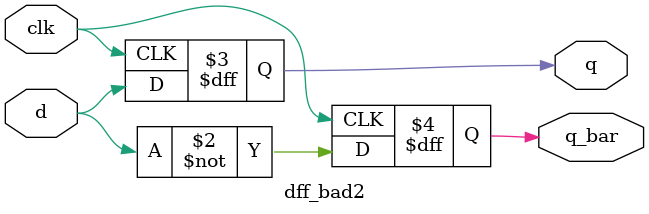
<source format=v>
module dff_bad2(clk, d, q, q_bar);
    input  d, clk;
    output q, q_bar;
    reg    q, q_bar;

    always @(posedge clk) begin     // blocking
        q     = d;
        q_bar = ~d;
    end
endmodule

  
</source>
